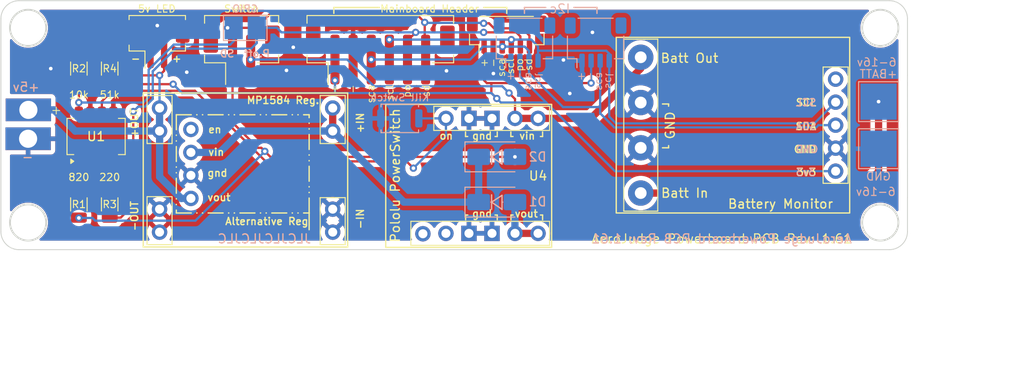
<source format=kicad_pcb>
(kicad_pcb (version 20241229) (generator "pcbnew") (generator_version "9.0")
  (title_block (title "AeroJudge Powerboard PCB") (rev "1.61") (company "IMAC"))
  (layers (0 "F.Cu" signal) (2 "B.Cu" signal) (13 "F.Paste" user) (15 "B.Paste" user) (5 "F.SilkS" user "F.Silkscreen") (7 "B.SilkS" user "B.Silkscreen") (1 "F.Mask" user) (3 "B.Mask" user) (25 "Edge.Cuts" user))
  (net 0 "")
  (net 1 "Vcc")
  (net 2 "+BATT")
  (net 4 "+BATT (Sw)")
  (net 5 "3v3")
  (net 6 "SHUTDOWN")
  (net 7 "-BATT")
  (net 8 "Net-(R1-Pad2)")
  (net 9 "+BATT (Mon)")
  (net 10 "SDA")
  (net 11 "SCL")
  (net 15 "Net-(R3-Pad2)")
  (net 16 "PWR_BUTTON")
  (net 17 "P_ON")
  (net 18 "Net-(D1-A)")
  (net 21 "POWEROFF")
  (footprint "Connector_JST:JST_SH_BM06B-SRSS-TB_1x06-1MP_P1.00mm_Vertical" (layer "F.Cu") (at 168.3 76.25)
    (property "Reference" "J6" (hide yes))
    (property "Value" "I2c/GPIO Header" (hide yes))
    (pad "1" smd roundrect (at -2.5 1.325) (size 0.6 1.55) (layers "F.Cu" "F.Mask" "F.Paste") (net 5 "3v3"))
    (pad "2" smd roundrect (at -1.5 1.325) (size 0.6 1.55) (layers "F.Cu" "F.Mask" "F.Paste") (net 7 "-BATT"))
    (pad "3" smd roundrect (at -0.5 1.325) (size 0.6 1.55) (layers "F.Cu" "F.Mask" "F.Paste") (net 10 "SDA"))
    (pad "4" smd roundrect (at 0.5 1.325) (size 0.6 1.55) (layers "F.Cu" "F.Mask" "F.Paste") (net 11 "SCL"))
    (pad "5" smd roundrect (at 1.5 1.325) (size 0.6 1.55) (layers "F.Cu" "F.Mask" "F.Paste") (net 21 "POWEROFF"))
    (pad "6" smd roundrect (at 2.5 1.325) (size 0.6 1.55) (layers "F.Cu" "F.Mask" "F.Paste") (net 6 "SHUTDOWN"))
    (pad "MP" smd roundrect (at -3.8 -1.2) (size 1.2 1.8) (layers "F.Cu" "F.Mask" "F.Paste") (roundrect_rratio 0.208333))
    (pad "MP" smd roundrect (at 3.8 -1.2) (size 1.2 1.8) (layers "F.Cu" "F.Mask" "F.Paste") (roundrect_rratio 0.208333))
  )
  (footprint "Project Footprints:MP1584EN_Regulator" (layer "F.Cu") (at 139.55 91.212)
    (property "Reference" "J3" (hide yes))
    (property "Value" "Regulator")
    (pad "1" thru_hole circle (at -9.55 -6.854) (size 1.7 1.7) (drill 1) (layers "*.Cu" "*.Mask") (net 1 "Vcc"))
    (pad "1" thru_hole circle (at -9.55 -4.314) (size 1.7 1.7) (drill 1) (layers "*.Cu" "*.Mask") (net 1 "Vcc"))
    (pad "2" thru_hole circle (at 9.55 -6.854) (size 1.7 1.7) (drill 1) (layers "*.Cu" "*.Mask") (net 4 "+BATT (Sw)"))
    (pad "2" thru_hole circle (at 9.55 -4.314) (size 1.7 1.7) (drill 1) (layers "*.Cu" "*.Mask") (net 4 "+BATT (Sw)"))
    (pad "3" thru_hole circle (at 9.55 4.314) (size 1.7 1.7) (drill 1) (layers "*.Cu" "*.Mask") (net 7 "-BATT") (clearance 0.25))
    (pad "3" thru_hole circle (at 9.55 6.854) (size 1.7 1.7) (drill 1) (layers "*.Cu" "*.Mask") (net 7 "-BATT") (clearance 0.25))
    (pad "4" thru_hole circle (at -9.55 4.314) (size 1.7 1.7) (drill 1) (layers "*.Cu" "*.Mask") (net 7 "-BATT") (clearance 0.25))
    (pad "4" thru_hole circle (at -9.55 6.854) (size 1.7 1.7) (drill 1) (layers "*.Cu" "*.Mask") (net 7 "-BATT") (clearance 0.25))
  )
  (footprint "Connector_JST:JST_PH_B6B-PH-SM4-TB_1x06-1MP_P2.00mm_Vertical" (layer "F.Cu") (at 154.35 78.5)
    (property "Reference" "J5" (hide yes))
    (property "Value" "I2c/GPIO Header" (hide yes))
    (pad "1" smd roundrect (at -5 0.5) (size 1 5.5) (layers "F.Cu" "F.Mask" "F.Paste") (net 5 "3v3"))
    (pad "2" smd roundrect (at -3 0.5) (size 1 5.5) (layers "F.Cu" "F.Mask" "F.Paste") (net 7 "-BATT"))
    (pad "3" smd roundrect (at -1 0.5) (size 1 5.5) (layers "F.Cu" "F.Mask" "F.Paste") (net 10 "SDA"))
    (pad "4" smd roundrect (at 1 0.5) (size 1 5.5) (layers "F.Cu" "F.Mask" "F.Paste") (net 11 "SCL"))
    (pad "5" smd roundrect (at 3 0.5) (size 1 5.5) (layers "F.Cu" "F.Mask" "F.Paste") (net 21 "POWEROFF"))
    (pad "6" smd roundrect (at 5 0.5) (size 1 5.5) (layers "F.Cu" "F.Mask" "F.Paste") (net 6 "SHUTDOWN"))
    (pad "MP" smd roundrect (at -7.4 -1.75) (size 1.6 3) (layers "F.Cu" "F.Mask" "F.Paste") (roundrect_rratio 0.15625))
    (pad "MP" smd roundrect (at 7.4 -1.75) (size 1.6 3) (layers "F.Cu" "F.Mask" "F.Paste") (roundrect_rratio 0.15625))
  )
  (footprint "Project Footprints:Solder_Pads" (layer "F.Cu") (at 115.5 91.73)
    (property "Reference" "U2" (hide yes))
    (property "Value" "~" (hide yes))
    (fp_text user "+" (at 2.42 -6.59 0) (layer "F.SilkS") (effects (font (thickness 0.1)) (justify left bottom)))
    (fp_text user "+5v" (at -1.8 -9.68 0) (layer "B.SilkS") (effects (justify right mirror)))
    (fp_text user "-" (at -0.77 -1.97 0) (layer "B.SilkS") (effects (justify right mirror)))
    (pad "1" thru_hole rect (at 0.03 -7.17) (size 5 2.5) (drill 2) (layers "*.Cu" "*.Mask") (net 1 "Vcc"))
    (pad "2" thru_hole rect (at 0 -3.98) (size 5 2.5) (drill 2) (layers "*.Cu" "*.Mask") (net 7 "-BATT"))
  )
  (footprint "Resistor_SMD:R_1206_3216Metric" (layer "F.Cu") (at 121.1 95 90)
    (property "Reference" "R1" (at 0 0 180) (layer "F.SilkS") (effects (font (size 0.8 0.8) (thickness 0.12))))
    (property "Value" "820" (at 3 0 0) (layer "F.SilkS") (effects (font (size 0.8 0.8) (thickness 0.12))))
    (pad "1" smd roundrect (at -1.4625 0 90) (size 1.125 1.75) (layers "F.Cu" "F.Mask" "F.Paste") (roundrect_rratio 0.222222) (net 16 "PWR_BUTTON"))
    (pad "2" smd roundrect (at 1.4625 0 90) (size 1.125 1.75) (layers "F.Cu" "F.Mask" "F.Paste") (roundrect_rratio 0.222222) (net 8 "Net-(R1-Pad2)"))
  )
  (footprint "Resistor_SMD:R_1206_3216Metric" (layer "F.Cu") (at 124.5 80 -90)
    (property "Reference" "R4" (at 0 0 0) (layer "F.SilkS") (effects (font (size 0.8 0.8) (thickness 0.12))))
    (property "Value" "51k" (at 2.9 0 180) (layer "F.SilkS") (effects (font (size 0.8 0.8) (thickness 0.12))))
    (pad "1" smd roundrect (at -1.4625 0 270) (size 1.125 1.75) (layers "F.Cu" "F.Mask" "F.Paste") (roundrect_rratio 0.222222) (net 1 "Vcc"))
    (pad "2" smd roundrect (at 1.4625 0 270) (size 1.125 1.75) (layers "F.Cu" "F.Mask" "F.Paste") (roundrect_rratio 0.222222) (net 17 "P_ON"))
  )
  (footprint "Resistor_SMD:R_1206_3216Metric" (layer "F.Cu") (at 121.1 80 -90)
    (property "Reference" "R2" (at 0 0 0) (layer "F.SilkS") (effects (font (size 0.8 0.8) (thickness 0.12))))
    (property "Value" "10k" (at 2.9 0 0) (layer "F.SilkS") (effects (font (size 0.8 0.8) (thickness 0.12))))
    (pad "1" smd roundrect (at -1.4625 0 270) (size 1.125 1.75) (layers "F.Cu" "F.Mask" "F.Paste") (roundrect_rratio 0.222222) (net 5 "3v3"))
    (pad "2" smd roundrect (at 1.4625 0 270) (size 1.125 1.75) (layers "F.Cu" "F.Mask" "F.Paste") (roundrect_rratio 0.222222) (net 6 "SHUTDOWN"))
  )
  (footprint "Project Footprints:SOIC-8_6.6x6.27mm_P1.27mm" (layer "F.Cu") (at 123 87.5 90)
    (property "Reference" "U1" (at 0 0 180) (layer "F.SilkS"))
    (property "Value" "ILD2xxT")
    (pad "1" smd roundrect (at -2.73 -1.905 90) (size 1.14 0.91) (layers "F.Cu" "F.Mask" "F.Paste") (net 8 "Net-(R1-Pad2)"))
    (pad "2" smd roundrect (at -2.73 -0.635 90) (size 1.14 0.91) (layers "F.Cu" "F.Mask" "F.Paste") (net 7 "-BATT") (clearance 0.2))
    (pad "3" smd roundrect (at -2.73 0.635 90) (size 1.14 0.91) (layers "F.Cu" "F.Mask" "F.Paste") (net 15 "Net-(R3-Pad2)"))
    (pad "4" smd roundrect (at -2.73 1.905 90) (size 1.14 0.91) (layers "F.Cu" "F.Mask" "F.Paste") (net 7 "-BATT") (clearance 0.2))
    (pad "5" smd roundrect (at 2.73 1.905 90) (size 1.14 0.91) (layers "F.Cu" "F.Mask" "F.Paste") (net 7 "-BATT") (clearance 0.2))
    (pad "6" smd roundrect (at 2.73 0.635 90) (size 1.14 0.91) (layers "F.Cu" "F.Mask" "F.Paste") (net 17 "P_ON"))
    (pad "7" smd roundrect (at 2.73 -0.635 90) (size 1.14 0.91) (layers "F.Cu" "F.Mask" "F.Paste") (net 7 "-BATT") (clearance 0.2))
    (pad "8" smd roundrect (at 2.73 -1.905 90) (size 1.14 0.91) (layers "F.Cu" "F.Mask" "F.Paste") (net 6 "SHUTDOWN"))
  )
  (footprint "Project Footprints:JST_ZH_B2B-ZR-SM4-TF_1x02-1MP_P1.50mm_Vertical" (layer "F.Cu") (at 129.75 77.4)
    (property "Reference" "J4" (hide yes))
    (property "Value" "LED Header (JST-ZH)")
    (pad "1" smd roundrect (at -0.75 0.7) (size 0.7 3.7) (layers "F.Cu" "F.Mask" "F.Paste") (net 7 "-BATT"))
    (pad "2" smd roundrect (at 0.75 0.7) (size 0.7 3.7) (layers "F.Cu" "F.Mask" "F.Paste") (net 1 "Vcc"))
    (pad "MP" smd roundrect (at -2.8 -1.4) (size 1.5 2.3) (layers "F.Cu" "F.Mask" "F.Paste") (roundrect_rratio 0.166667) (net 7 "-BATT"))
    (pad "MP" smd roundrect (at 2.8 -1.4) (size 1.5 2.3) (layers "F.Cu" "F.Mask" "F.Paste") (roundrect_rratio 0.166667) (net 7 "-BATT"))
  )
  (footprint "Pololu:Mini MOSFET Slide Switch" (layer "F.Cu") (at 171.75 91.85 -90)
    (property "Reference" "U4" (at 0 0 180) (layer "F.SilkS"))
    (property "Value" "Pololu PowerSwitch" (hide yes))
    (pad "1" thru_hole oval (at -6.35 0 270) (size 1.7 1.7) (drill 1) (layers "*.Cu" "*.Mask") (net 9 "+BATT (Mon)"))
    (pad "1" thru_hole oval (at -6.35 2.54 270) (size 1.7 1.7) (drill 1) (layers "*.Cu" "*.Mask") (net 9 "+BATT (Mon)"))
    (pad "2" thru_hole oval (at 6.35 0 270) (size 1.7 1.7) (drill 1) (layers "*.Cu" "*.Mask") (net 18 "Net-(D1-A)"))
    (pad "2" thru_hole oval (at 6.35 2.54 270) (size 1.7 1.7) (drill 1) (layers "*.Cu" "*.Mask") (net 18 "Net-(D1-A)"))
    (pad "3" thru_hole rect (at -6.35 5.08 270) (size 1.7 1.7) (drill 1) (layers "*.Cu" "*.Mask") (net 7 "-BATT"))
    (pad "3" thru_hole rect (at -6.35 7.62 270) (size 1.7 1.7) (drill 1) (layers "*.Cu" "*.Mask") (net 7 "-BATT"))
    (pad "4" thru_hole rect (at 6.35 5.08 270) (size 1.7 1.7) (drill 1) (layers "*.Cu" "*.Mask") (net 7 "-BATT"))
    (pad "4" thru_hole rect (at 6.35 7.62 270) (size 1.7 1.7) (drill 1) (layers "*.Cu" "*.Mask") (net 7 "-BATT"))
    (pad "5" thru_hole oval (at -6.35 10.16 270) (size 1.7 1.7) (drill 1) (layers "*.Cu" "*.Mask") (net 17 "P_ON"))
    (pad "6" thru_hole oval (at 6.35 10.16 270) (size 1.7 1.7) (drill 1) (layers "*.Cu" "*.Mask"))
    (pad "8" thru_hole oval (at 6.394 12.7 270) (size 1.7 1.7) (drill 1) (layers "*.Cu" "*.Mask"))
  )
  (footprint "Connector_JST:JST_PH_B2B-PH-SM4-TB_1x02-1MP_P2.00mm_Vertical" (layer "F.Cu") (at 139.05 78.5)
    (property "Reference" "SW1" (hide yes))
    (property "Value" "On/Off Switch" (hide yes))
    (pad "1" smd roundrect (at -1 0.5) (size 1 5.5) (layers "F.Cu" "F.Mask" "F.Paste") (net 16 "PWR_BUTTON"))
    (pad "2" smd roundrect (at 1 0.5) (size 1 5.5) (layers "F.Cu" "F.Mask" "F.Paste") (net 9 "+BATT (Mon)"))
    (pad "MP" smd roundrect (at -3.4 -1.75) (size 1.6 3) (layers "F.Cu" "F.Mask" "F.Paste") (roundrect_rratio 0.15625))
    (pad "MP" smd roundrect (at 3.4 -1.75) (size 1.6 3) (layers "F.Cu" "F.Mask" "F.Paste") (roundrect_rratio 0.15625))
  )
  (footprint "Project Footprints:INA226_SENSOR" (layer "F.Cu") (at 192.705 86.25 180)
    (property "Reference" "U3" (hide yes))
    (property "Value" "INA226_SENSOR")
    (pad "1" thru_hole circle (at 9.63 -7.5 180) (size 2.8 2.8) (drill 1.3) (layers "*.Cu" "*.Mask") (net 2 "+BATT"))
    (pad "2" thru_hole circle (at 9.63 -2.5 180) (size 2.8 2.8) (drill 1.3) (layers "*.Cu" "*.Mask") (net 7 "-BATT"))
    (pad "2" thru_hole circle (at 9.63 2.5 180) (size 2.8 2.8) (drill 1.3) (layers "*.Cu" "*.Mask") (net 7 "-BATT"))
    (pad "3" thru_hole circle (at 9.63 7.5 180) (size 2.8 2.8) (drill 1.3) (layers "*.Cu" "*.Mask") (net 9 "+BATT (Mon)"))
    (pad "4" thru_hole circle (at -11.87 -5.08 180) (size 1.7 1.7) (drill 1) (layers "*.Cu" "*.Mask") (net 5 "3v3"))
    (pad "5" thru_hole circle (at -11.87 -2.54 180) (size 1.7 1.7) (drill 1) (layers "*.Cu" "*.Mask") (net 7 "-BATT"))
    (pad "6" thru_hole circle (at -11.87 0 180) (size 1.7 1.7) (drill 1) (layers "*.Cu" "*.Mask") (net 10 "SDA"))
    (pad "7" thru_hole circle (at -11.87 2.54 180) (size 1.7 1.7) (drill 1) (layers "*.Cu" "*.Mask") (net 11 "SCL"))
    (pad "8" thru_hole circle (at -11.87 5.08 180) (size 1.7 1.7) (drill 1) (layers "*.Cu" "*.Mask"))
  )
  (footprint "Resistor_SMD:R_1206_3216Metric" (layer "F.Cu") (at 124.5 95 90)
    (property "Reference" "R3" (at 0 0 180) (layer "F.SilkS") (effects (font (size 0.8 0.8) (thickness 0.12))))
    (property "Value" "220" (at 3 0 180) (layer "F.SilkS") (effects (font (size 0.8 0.8) (thickness 0.12))))
    (pad "1" smd roundrect (at -1.4625 0 90) (size 1.125 1.75) (layers "F.Cu" "F.Mask" "F.Paste") (roundrect_rratio 0.222222) (net 21 "POWEROFF"))
    (pad "2" smd roundrect (at 1.4625 0 90) (size 1.125 1.75) (layers "F.Cu" "F.Mask" "F.Paste") (roundrect_rratio 0.222222) (net 15 "Net-(R3-Pad2)"))
  )
  (footprint "TestPoint:TestPoint_Pad_4.0x4.0mm" (layer "B.Cu") (at 209.313038 88.85 180)
    (property "Reference" "J10" (hide yes))
    (property "Value" "GND" (at 0.013038 -3.05 180) (layer "B.SilkS") (effects (font (size 0.9 0.9) (thickness 0.12)) (justify mirror)))
    (pad "1" smd rect (at 0 0 180) (size 4 4) (layers "B.Cu" "B.Mask") (net 7 "-BATT"))
  )
  (footprint "Project Footprints:SolderJumper-2_P2.54mm_Open_Pad2.0x2.5mm" (layer "B.Cu") (at 139.45 75.5 180)
    (property "Reference" "J1" (hide yes))
    (property "Value" "RPI_GPIO")
    (pad "1" smd rect (at -1.27 0 180) (size 2 2.5) (layers "B.Cu" "B.Mask") (net 21 "POWEROFF"))
    (pad "2" smd rect (at 1.27 0 180) (size 2 2.5) (layers "B.Cu" "B.Mask") (net 6 "SHUTDOWN"))
  )
  (footprint "Diode_SMD:D_SMA" (layer "B.Cu") (at 167.2 94.75)
    (property "Reference" "D1" (at 4.5 -0.05 0) (layer "B.SilkS") (effects (justify mirror)))
    (property "Value" "SS54-HF" (hide yes))
    (pad "1" smd roundrect (at -2 0) (size 2.5 1.8) (layers "B.Cu" "B.Mask" "B.Paste") (roundrect_rratio 0.1388888889) (net 4 "+BATT (Sw)"))
    (pad "2" smd roundrect (at 2 0) (size 2.5 1.8) (layers "B.Cu" "B.Mask" "B.Paste") (roundrect_rratio 0.1388888889) (net 18 "Net-(D1-A)"))
  )
  (footprint "TestPoint:TestPoint_Pad_4.0x4.0mm" (layer "B.Cu") (at 209.313038 83.65 180)
    (property "Reference" "J11" (hide yes))
    (property "Value" "+BATT" (at 0.013038 3.05 180) (layer "B.SilkS") (effects (font (size 0.9 0.9) (thickness 0.12)) (justify mirror)))
    (pad "1" smd rect (at 0 0 180) (size 4 4) (layers "B.Cu" "B.Mask") (net 2 "+BATT"))
  )
  (footprint "Button_Switch_SMD:SW_Push_SPST_NO_Alps_SKRK" (layer "B.Cu") (at 156.5 85.5 180)
    (property "Reference" "SW2" (hide yes))
    (property "Value" "Kill Switch")
    (pad "1" smd roundrect (at -2.1 0 180) (size 0.8 2) (layers "B.Cu" "B.Mask" "B.Paste") (net 17 "P_ON"))
    (pad "2" smd roundrect (at 2.1 0 180) (size 0.8 2) (layers "B.Cu" "B.Mask" "B.Paste") (net 7 "-BATT"))
  )
  (footprint "Project Footprints:PinHeader_1x04_P2.54mm_Vertical_NoBorder" (layer "B.Cu") (at 133.4584 94.338)
    (property "Reference" "J2" (hide yes))
    (property "Value" "Regulator")
    (pad "1" thru_hole circle (at 0 0) (size 1.7 1.7) (drill 1) (layers "*.Cu" "*.Mask") (net 1 "Vcc"))
    (pad "2" thru_hole circle (at 0 -2.54) (size 1.7 1.7) (drill 1) (layers "*.Cu" "*.Mask") (net 7 "-BATT"))
    (pad "3" thru_hole circle (at 0 -5.08) (size 1.7 1.7) (drill 1) (layers "*.Cu" "*.Mask") (net 4 "+BATT (Sw)"))
    (pad "4" thru_hole circle (at 0 -7.62) (size 1.7 1.7) (drill 1) (layers "*.Cu" "*.Mask"))
  )
  (footprint "Connector_JST:JST_SH_SM04B-SRSS-TB_1x04-1MP_P1.00mm_Horizontal" (layer "B.Cu") (at 178.1 77.125)
    (property "Reference" "J8" (hide yes))
    (property "Value" "I2c Header")
    (pad "1" smd roundrect (at -1.5 2) (size 0.6 1.55) (layers "B.Cu" "B.Mask" "B.Paste") (net 7 "-BATT") (clearance 0.2))
    (pad "2" smd roundrect (at -0.5 2) (size 0.6 1.55) (layers "B.Cu" "B.Mask" "B.Paste") (net 5 "3v3") (clearance 0.2))
    (pad "3" smd roundrect (at 0.5 2) (size 0.6 1.55) (layers "B.Cu" "B.Mask" "B.Paste") (net 10 "SDA"))
    (pad "4" smd roundrect (at 1.5 2) (size 0.6 1.55) (layers "B.Cu" "B.Mask" "B.Paste") (net 11 "SCL"))
    (pad "MP" smd roundrect (at -2.8 -1.875) (size 1.2 1.8) (layers "B.Cu" "B.Mask" "B.Paste") (roundrect_rratio 0.208333))
    (pad "MP" smd roundrect (at 2.8 -1.875) (size 1.2 1.8) (layers "B.Cu" "B.Mask" "B.Paste") (roundrect_rratio 0.208333))
  )
  (footprint "Diode_SMD:D_SMA" (layer "B.Cu") (at 167.2 89.75)
    (property "Reference" "D2" (at 4.5 0 0) (layer "B.SilkS") (effects (justify mirror)))
    (property "Value" "SS54-HF" (hide yes))
    (pad "1" smd roundrect (at -2 0) (size 2.5 1.8) (layers "B.Cu" "B.Mask" "B.Paste") (roundrect_rratio 0.1388888889) (net 4 "+BATT (Sw)"))
    (pad "2" smd roundrect (at 2 0) (size 2.5 1.8) (layers "B.Cu" "B.Mask" "B.Paste") (roundrect_rratio 0.1388888889) (net 16 "PWR_BUTTON"))
  )
  (footprint "Connector_JST:JST_SH_SM04B-SRSS-TB_1x04-1MP_P1.00mm_Horizontal" (layer "B.Cu") (at 170.25 77.125)
    (property "Reference" "J7" (hide yes))
    (property "Value" "I2c Header")
    (pad "1" smd roundrect (at -1.5 2) (size 0.6 1.55) (layers "B.Cu" "B.Mask" "B.Paste") (net 7 "-BATT") (clearance 0.2))
    (pad "2" smd roundrect (at -0.5 2) (size 0.6 1.55) (layers "B.Cu" "B.Mask" "B.Paste") (net 5 "3v3") (clearance 0.2))
    (pad "3" smd roundrect (at 0.5 2) (size 0.6 1.55) (layers "B.Cu" "B.Mask" "B.Paste") (net 10 "SDA"))
    (pad "4" smd roundrect (at 1.5 2) (size 0.6 1.55) (layers "B.Cu" "B.Mask" "B.Paste") (net 11 "SCL"))
    (pad "MP" smd roundrect (at -2.8 -1.875) (size 1.2 1.8) (layers "B.Cu" "B.Mask" "B.Paste") (roundrect_rratio 0.208333))
    (pad "MP" smd roundrect (at 2.8 -1.875) (size 1.2 1.8) (layers "B.Cu" "B.Mask" "B.Paste") (roundrect_rratio 0.208333))
  )
  (gr_line (start 186.15 88.75) (end 185.475 88.75) (stroke (width 0.15)) (layer "F.SilkS"))
  (gr_line (start 149.225 73.25) (end 149.225 73.9) (stroke (width 0.15)) (layer "F.SilkS"))
  (gr_line (start 172.25 87.5) (end 172.25 87) (stroke (width 0.15)) (layer "F.SilkS"))
  (gr_line (start 154.25 73.25) (end 149.225 73.25) (stroke (width 0.15)) (layer "F.SilkS"))
  (gr_line (start 163.75 87.5) (end 163.75 87) (stroke (width 0.15)) (layer "F.SilkS"))
  (gr_line (start 146.5 97.8) (end 146.5 95.95) (stroke (width 0.15)) (layer "F.SilkS"))
  (gr_line (start 172.25 96.175) (end 172.25 96.7) (stroke (width 0.15)) (layer "F.SilkS"))
  (gr_line (start 168.75 87.5) (end 168.75 87) (stroke (width 0.15)) (layer "F.SilkS"))
  (gr_line (start 165.75 73.25) (end 168.3 73.25) (stroke (width 0.15)) (layer "F.SilkS"))
  (gr_line (start 186.15 83.91) (end 185.475 83.91) (stroke (width 0.15)) (layer "F.SilkS"))
  (gr_rect (start 154.95 83.95) (end 173.25 99.75) (stroke (width 0.15)) (fill no) (layer "F.SilkS"))
  (gr_line (start 150.75 82.7) (end 150.75 99.7) (stroke (width 0.15)) (layer "F.SilkS"))
  (gr_line (start 128.2 99.7) (end 128.2 82.7) (stroke (width 0.15)) (layer "F.SilkS"))
  (gr_rect (start 180.375 76.55) (end 206.125 95.95) (stroke (width 0.15)) (fill no) (layer "F.SilkS"))
  (gr_line (start 186.15 83.91) (end 186.15 84.15) (stroke (width 0.15)) (layer "F.SilkS"))
  (gr_line (start 163.75 87.5) (end 163.99 87.5) (stroke (width 0.15)) (layer "F.SilkS"))
  (gr_line (start 168.76 96.175) (end 168.76 96.7) (stroke (width 0.15)) (layer "F.SilkS"))
  (gr_line (start 131.85 85.1) (end 146.5 85.1) (stroke (width 0.15) (type dash_dot_dot)) (layer "F.SilkS"))
  (gr_line (start 168.76 96.175) (end 169 96.175) (stroke (width 0.15)) (layer "F.SilkS"))
  (gr_line (start 172.25 96.175) (end 172.01 96.175) (stroke (width 0.15)) (layer "F.SilkS"))
  (gr_line (start 167.25 87.5) (end 167.01 87.5) (stroke (width 0.15)) (layer "F.SilkS"))
  (gr_line (start 167.25 96.175) (end 167.25 96.7) (stroke (width 0.15)) (layer "F.SilkS"))
  (gr_line (start 131.85 95.95) (end 146.5 95.95) (stroke (width 0.15) (type dash_dot_dot)) (layer "F.SilkS"))
  (gr_line (start 167.25 87.5) (end 167.25 87) (stroke (width 0.15)) (layer "F.SilkS"))
  (gr_line (start 163.76 96.175) (end 164 96.175) (stroke (width 0.15)) (layer "F.SilkS"))
  (gr_line (start 146.5 95.95) (end 146.5 85.1) (stroke (width 0.15) (type dash_dot_dot)) (layer "F.SilkS"))
  (gr_line (start 168.3 73.25) (end 168.3 73.9) (stroke (width 0.15)) (layer "F.SilkS"))
  (gr_line (start 186.15 88.75) (end 186.15 88.51) (stroke (width 0.15)) (layer "F.SilkS"))
  (gr_line (start 131.85 85.1) (end 131.85 95.95) (stroke (width 0.15) (type dash_dot_dot)) (layer "F.SilkS"))
  (gr_line (start 167.25 96.175) (end 167.01 96.175) (stroke (width 0.15)) (layer "F.SilkS"))
  (gr_line (start 168.75 87.5) (end 168.99 87.5) (stroke (width 0.15)) (layer "F.SilkS"))
  (gr_line (start 172.25 87.5) (end 172.01 87.5) (stroke (width 0.15)) (layer "F.SilkS"))
  (gr_line (start 163.76 96.175) (end 163.76 96.7) (stroke (width 0.15)) (layer "F.SilkS"))
  (gr_line (start 150.75 99.712) (end 128.2 99.7) (stroke (width 0.15)) (layer "F.SilkS"))
  (gr_line (start 128.2 82.7) (end 150.75 82.7) (stroke (width 0.15)) (layer "F.SilkS"))
  (gr_line (start 178.25 73.25) (end 178.25 73.9) (stroke (width 0.15)) (layer "B.SilkS"))
  (gr_line (start 167.77531 94.74898) (end 167.85 94.75) (stroke (width 0.15)) (layer "B.SilkS"))
  (gr_line (start 167.77531 93.99968) (end 167.77531 95.54908) (stroke (width 0.15)) (layer "B.SilkS"))
  (gr_line (start 166.687345 89.75) (end 166.55 89.75) (stroke (width 0.15)) (layer "B.SilkS"))
  (gr_line (start 166.62469 89.74898) (end 167.77531 88.99968) (stroke (width 0.15)) (layer "B.SilkS"))
  (gr_line (start 166.62469 89.74898) (end 167.77531 90.54908) (stroke (width 0.15)) (layer "B.SilkS"))
  (gr_line (start 166.62469 94.74898) (end 167.77531 93.99968) (stroke (width 0.15)) (layer "B.SilkS"))
  (gr_line (start 167.8 89.75) (end 167.85 89.75) (stroke (width 0.15)) (layer "B.SilkS"))
  (gr_line (start 167.77531 88.99968) (end 167.77531 90.54908) (stroke (width 0.15)) (layer "B.SilkS"))
  (gr_line (start 166.62469 94.74898) (end 167.77531 95.54908) (stroke (width 0.15)) (layer "B.SilkS"))
  (gr_line (start 170.25 73.25) (end 170.25 73.9) (stroke (width 0.15)) (layer "B.SilkS"))
  (gr_line (start 166.62469 93.94888) (end 166.62469 95.54908) (stroke (width 0.15)) (layer "B.SilkS"))
  (gr_line (start 175.7 73.25) (end 178.25 73.25) (stroke (width 0.15)) (layer "B.SilkS"))
  (gr_line (start 166.62469 88.94888) (end 166.62469 90.54908) (stroke (width 0.15)) (layer "B.SilkS"))
  (gr_line (start 166.62469 94.74898) (end 166.55 94.75) (stroke (width 0.15)) (layer "B.SilkS"))
  (gr_line (start 172.6 73.25) (end 170.25 73.25) (stroke (width 0.15)) (layer "B.SilkS"))
  (gr_circle (center 209.5 97) (end 211.5 97) (stroke (width 0.2)) (fill no) (layer "Edge.Cuts"))
  (gr_circle (center 115.5 75.5) (end 117.5 75.5) (stroke (width 0.2)) (fill no) (layer "Edge.Cuts"))
  (gr_line (start 210.5 72.5) (end 114.5 72.5) (stroke (width 0.1)) (layer "Edge.Cuts"))
  (gr_line (start 210.5 100) (end 114.5 100) (stroke (width 0.1)) (layer "Edge.Cuts"))
  (gr_arc (start 212.5 98) (mid 211.914214 99.414214) (end 210.5 100) (stroke (width 0.1)) (layer "Edge.Cuts"))
  (gr_line (start 212.5 80.757107) (end 212.5 74.5) (stroke (width 0.1)) (layer "Edge.Cuts"))
  (gr_arc (start 114.5 100) (mid 113.085786 99.414214) (end 112.5 98) (stroke (width 0.1)) (layer "Edge.Cuts"))
  (gr_arc (start 210.5 72.5) (mid 211.914214 73.085786) (end 212.5 74.5) (stroke (width 0.1)) (layer "Edge.Cuts"))
  (gr_circle (center 209.5 75.5) (end 211.5 75.5) (stroke (width 0.2)) (fill no) (layer "Edge.Cuts"))
  (gr_line (start 212.499995 94.249473) (end 212.5 97.999999) (stroke (width 0.1)) (layer "Edge.Cuts"))
  (gr_line (start 112.5 74.5) (end 112.5 98) (stroke (width 0.1)) (layer "Edge.Cuts"))
  (gr_arc (start 112.5 74.5) (mid 113.085786 73.085786) (end 114.5 72.5) (stroke (width 0.1)) (layer "Edge.Cuts"))
  (gr_circle (center 115.5 97) (end 117.5 97) (stroke (width 0.2)) (fill no) (layer "Edge.Cuts"))
  (gr_line (start 212.496447 80.757107) (end 212.503553 94.249473) (stroke (width 0.1)) (layer "Edge.Cuts"))
  (gr_text "+OUT" (at 127.7 86 90) (layer "F.SilkS") (effects (font (size 0.8 0.8) (thickness 0.15) (bold yes)) (justify bottom)))
  (gr_text "+" (at 165.8 78.8 90) (layer "F.SilkS") (effects (font (size 0.8 0.8) (thickness 0.1)) (justify right)))
  (gr_text "vout" (at 135.2 94.7 0) (layer "F.SilkS") (effects (font (size 0.8 0.8)) (justify left bottom)))
  (gr_text "Mainboard Header" (at 159.8 73.4 0) (layer "F.SilkS") (effects (font (size 0.8 0.8) (thickness 0.12))))
  (gr_text "-" (at 166.8 78.8 90) (layer "F.SilkS") (effects (font (size 0.8 0.8) (thickness 0.1)) (justify right)))
  (gr_text "+" (at 149.3 81.7 90) (layer "F.SilkS") (effects (font (size 0.8 0.8) (thickness 0.1)) (justify right)))
  (gr_text "SCL" (at 202.525 83.75 0) (layer "F.SilkS") (effects (font (size 0.8 0.8)) (justify right)))
  (gr_text "po" (at 157.3 81.7 90) (layer "F.SilkS") (effects (font (size 0.8 0.8) (thickness 0.1)) (justify right)))
  (gr_text "3v3" (at 202.525 91.45 0) (layer "F.SilkS") (effects (font (size 0.8 0.8)) (justify right)))
  (gr_text "vin" (at 135.3 89.7 0) (layer "F.SilkS") (effects (font (size 0.8 0.8)) (justify left bottom)))
  (gr_text "Batt Out" (at 191.725 78.85 0) (layer "F.SilkS") (effects (font (size 1 1)) (justify right)))
  (gr_text "sd" (at 170.7 78.8 90) (layer "F.SilkS") (effects (font (size 0.8 0.8) (thickness 0.1)) (justify right)))
  (gr_text "gnd" (at 135.2 92 0) (layer "F.SilkS") (effects (font (size 0.8 0.8)) (justify left bottom)))
  (gr_text "po" (at 169.7 78.8 90) (layer "F.SilkS") (effects (font (size 0.8 0.8) (thickness 0.1)) (justify right)))
  (gr_text "+IN" (at 152.6 86 90) (layer "F.SilkS") (effects (font (size 0.8 0.8) (thickness 0.15) (bold yes)) (justify bottom)))
  (gr_text "en" (at 135.3 87.2 0) (layer "F.SilkS") (effects (font (size 0.8 0.8)) (justify left bottom)))
  (gr_text "SDA" (at 202.525 86.383333 0) (layer "F.SilkS") (effects (font (size 0.8 0.8)) (justify right)))
  (gr_text "sca" (at 167.7 78.8 90) (layer "F.SilkS") (effects (font (size 0.8 0.8) (thickness 0.1)) (justify right)))
  (gr_text "Pololu PowerSwitch" (at 156 91.8 90) (layer "F.SilkS") (effects (font (size 1 1))))
  (gr_text "gnd" (at 164.4 96.5 0) (layer "F.SilkS") (effects (font (size 0.8 0.8)) (justify left bottom)))
  (gr_text "scl" (at 168.7 78.8 90) (layer "F.SilkS") (effects (font (size 0.8 0.8) (thickness 0.1)) (justify right)))
  (gr_text "sd" (at 159.4 81.7 90) (layer "F.SilkS") (effects (font (size 0.8 0.8) (thickness 0.1)) (justify right)))
  (gr_text "Alternative Reg" (at 146.5 96.875 0) (layer "F.SilkS") (effects (font (size 0.8 0.8)) (justify right)))
  (gr_text "vout" (at 169.1 96.5 0) (layer "F.SilkS") (effects (font (size 0.8 0.8)) (justify left bottom)))
  (gr_text "Switch\n" (at 139.05 73.4 0) (layer "F.SilkS") (effects (font (size 0.8 0.8) (thickness 0.12))))
  (gr_text "Battery Monitor" (at 198.5 94.95 0) (layer "F.SilkS") (effects (font (size 1 1))))
  (gr_text "+" (at 131.9 78.9 0) (layer "F.SilkS") (effects (font (size 0.8 0.8))))
  (gr_text "-" (at 127.365 78.9 0) (layer "F.SilkS") (effects (font (size 0.8 0.8))))
  (gr_text "-OUT" (at 127.7 96.285 90) (layer "F.SilkS") (effects (font (size 0.8 0.8) (thickness 0.15) (bold yes)) (justify bottom)))
  (gr_text "-" (at 151.3 81.7 90) (layer "F.SilkS") (effects (font (size 0.8 0.8) (thickness 0.1)) (justify right)))
  (gr_text "${TITLE} Rev: ${REVISION}" (at 192.005 98.8 0) (layer "F.SilkS") (effects (font (size 1 1) (thickness 0.13))))
  (gr_text "Batt In" (at 190.625 93.75 0) (layer "F.SilkS") (effects (font (size 1 1)) (justify right)))
  (gr_text "GND" (at 202.525 88.916667 0) (layer "F.SilkS") (effects (font (size 0.8 0.8)) (justify right)))
  (gr_text "scl" (at 155.4 81.7 90) (layer "F.SilkS") (effects (font (size 0.8 0.8) (thickness 0.1)) (justify right)))
  (gr_text "on" (at 160.8 87.9 0) (layer "F.SilkS") (effects (font (size 0.8 0.8)) (justify left bottom)))
  (gr_text "5v LED" (at 129.7 73.4 0) (layer "F.SilkS") (effects (font (size 0.8 0.8) (thickness 0.12))))
  (gr_text "vin" (at 169.6 87.9 0) (layer "F.SilkS") (effects (font (size 0.8 0.8)) (justify left bottom)))
  (gr_text "gnd" (at 164.4 87.9 0) (layer "F.SilkS") (effects (font (size 0.8 0.8)) (justify left bottom)))
  (gr_text "-IN" (at 152.6 96.6 90) (layer "F.SilkS") (effects (font (size 0.8 0.8) (thickness 0.15) (bold yes)) (justify bottom)))
  (gr_text "sca" (at 153.3 81.7 90) (layer "F.SilkS") (effects (font (size 0.8 0.8) (thickness 0.1)) (justify right)))
  (gr_text "MP1584 Reg." (at 147.7 83.5 0) (layer "F.SilkS") (effects (font (size 0.8 0.8)) (justify right)))
  (gr_text "GND" (at 186.325 84.65 90) (layer "F.SilkS") (effects (font (size 1 1)) (justify right)))
  (gr_text "SCL" (at 200.1 83.75 0) (layer "B.SilkS") (effects (font (size 0.8 0.8)) (justify right mirror)))
  (gr_text "P.off" (at 140.75 78.35 -0) (layer "B.SilkS") (effects (font (size 0.8 0.8)) (justify mirror)))
  (gr_text "SD" (at 137.45 78.35 -0) (layer "B.SilkS") (effects (font (size 0.8 0.8)) (justify mirror)))
  (gr_text "-" (at 177.6 80.3 -90) (layer "B.SilkS") (effects (font (size 0.8 0.8) (thickness 0.1)) (justify right mirror)))
  (gr_text "-" (at 169.8 80.3 -90) (layer "B.SilkS") (effects (font (size 0.8 0.8) (thickness 0.1)) (justify right mirror)))
  (gr_text "${TITLE} Rev: ${REVISION}" (at 192 98.8 0) (layer "B.SilkS") (effects (font (size 1 1)) (justify mirror)))
  (gr_text "SDA" (at 200.1 86.383333 0) (layer "B.SilkS") (effects (font (size 0.8 0.8)) (justify right mirror)))
  (gr_text "6-16v" (at 209 93.6 0) (layer "B.SilkS") (effects (font (size 0.9 0.9) (thickness 0.12)) (justify mirror)))
  (gr_text "sca" (at 170.8 80.3 -90) (layer "B.SilkS") (effects (font (size 0.8 0.8) (thickness 0.1)) (justify right mirror)))
  (gr_text "I2c" (at 174.15 73.4 0) (layer "B.SilkS") (effects (font (size 1 1) (thickness 0.12)) (justify mirror)))
  (gr_text "GND" (at 200.1 88.916667 0) (layer "B.SilkS") (effects (font (size 0.8 0.8)) (justify right mirror)))
  (gr_text "+" (at 176.6 80.3 -90) (layer "B.SilkS") (effects (font (size 0.8 0.8) (thickness 0.1)) (justify right mirror)))
  (gr_text "GPIO" (at 139.45 73.4 0) (layer "B.SilkS") (effects (font (size 0.8 0.8) (thickness 0.12)) (justify mirror)))
  (gr_text "scl" (at 171.8 80.4 -90) (layer "B.SilkS") (effects (font (size 0.8 0.8) (thickness 0.1)) (justify right mirror)))
  (gr_text "JLCJLCJLCJLC" (at 146.8 98.8 0) (layer "B.SilkS") (effects (font (size 1 1)) (justify left mirror)))
  (gr_text "Kill Switch" (at 156.5 83.2 0) (layer "B.SilkS") (effects (font (size 0.8 0.8) (thickness 0.12)) (justify mirror)))
  (gr_text "scl" (at 179.6 80.4 -90) (layer "B.SilkS") (effects (font (size 0.8 0.8) (thickness 0.1)) (justify right mirror)))
  (gr_text "6-16v" (at 209.1 79.3 0) (layer "B.SilkS") (effects (font (size 0.9 0.9) (thickness 0.12)) (justify mirror)))
  (gr_text "+" (at 168.8 80.3 -90) (layer "B.SilkS") (effects (font (size 0.8 0.8) (thickness 0.1)) (justify right mirror)))
  (gr_text "3v3" (at 200.1 91.45 0) (layer "B.SilkS") (effects (font (size 0.8 0.8)) (justify right mirror)))
  (gr_text "sca" (at 178.6 80.3 -90) (layer "B.SilkS") (effects (font (size 0.8 0.8) (thickness 0.1)) (justify right mirror)))
  (segment (start 130.5 80.25) (end 130.5 78.1) (width 0.25) (layer "F.Cu") (net 1))
  (segment (start 130 80.75) (end 126.8 80.75) (width 0.25) (layer "F.Cu") (net 1))
  (segment (start 126.8 80.75) (end 124.5875 78.5375) (width 0.25) (layer "F.Cu") (net 1))
  (segment (start 130 80.75) (end 130.5 80.25) (width 0.25) (layer "F.Cu") (net 1))
  (segment (start 124.5875 78.5375) (end 124.5 78.5375) (width 0.25) (layer "F.Cu") (net 1))
  (via (at 130 80.75) (size 0.8) (drill 0.4) (layers "F.Cu" "B.Cu") (net 1))
  (segment (start 130.008 91.958) (end 132.388 94.338) (width 0.8) (layer "B.Cu") (net 1))
  (segment (start 120.7 86.9) (end 120.702 86.898) (width 0.8) (layer "B.Cu") (net 1))
  (segment (start 132.388 94.338) (end 133.4584 94.338) (width 0.8) (layer "B.Cu") (net 1))
  (segment (start 120.702 86.898) (end 130 86.898) (width 0.8) (layer "B.Cu") (net 1))
  (segment (start 130.008 86.906) (end 130.008 91.958) (width 0.8) (layer "B.Cu") (net 1))
  (segment (start 118.36 84.56) (end 120.7 86.9) (width 0.8) (layer "B.Cu") (net 1))
  (segment (start 130 86.898) (end 130 84.358) (width 0.8) (layer "B.Cu") (net 1))
  (segment (start 115.53 84.56) (end 118.36 84.56) (width 0.8) (layer "B.Cu") (net 1))
  (segment (start 130 86.898) (end 130.008 86.906) (width 0.8) (layer "B.Cu") (net 1))
  (segment (start 130 80.75) (end 130 84.358) (width 0.25) (layer "B.Cu") (net 1))
  (segment (start 209.313038 91.386962) (end 206.95 93.75) (width 0.8) (layer "F.Cu") (net 2))
  (segment (start 206.95 93.75) (end 183.075 93.75) (width 0.8) (layer "F.Cu") (net 2))
  (segment (start 209.313038 83.65) (end 209.313038 91.386962) (width 0.8) (layer "F.Cu") (net 2))
  (via (at 209.313038 83.65) (size 1.5) (drill 0.4) (layers "F.Cu" "B.Cu") (net 2))
  (segment (start 149.1 86.898) (end 149.1 84.358) (width 0.8) (layer "F.Cu") (net 4))
  (segment (start 156.952 94.75) (end 149.1 86.898) (width 0.8) (layer "B.Cu") (net 4))
  (segment (start 165.2 94.75) (end 156.952 94.75) (width 0.8) (layer "B.Cu") (net 4))
  (segment (start 139.002 86.898) (end 149.1 86.898) (width 0.8) (layer "B.Cu") (net 4))
  (segment (start 133.4584 89.258) (end 136.642 89.258) (width 0.8) (layer "B.Cu") (net 4))
  (segment (start 165.2 89.75) (end 165.2 94.75) (width 0.8) (layer "B.Cu") (net 4))
  (segment (start 136.642 89.258) (end 139.002 86.898) (width 0.8) (layer "B.Cu") (net 4))
  (segment (start 125.25 80.25) (end 121.8 80.25) (width 0.25) (layer "F.Cu") (net 5))
  (segment (start 121.1 79.55) (end 121.1 78.5375) (width 0.25) (layer "F.Cu") (net 5))
  (segment (start 177.6 81.6) (end 166.1 81.6) (width 0.25) (layer "F.Cu") (net 5))
  (segment (start 165.8 81.15) (end 165.799 81.149) (width 0.25) (layer "F.Cu") (net 5))
  (segment (start 165.799 81.149) (end 165.799 80.100016) (width 0.25) (layer "F.Cu") (net 5))
  (segment (start 131.5 81.725) (end 126.725 81.725) (width 0.25) (layer "F.Cu") (net 5))
  (segment (start 165.8 80.099016) (end 165.8 77.575) (width 0.25) (layer "F.Cu") (net 5))
  (segment (start 165.799 80.100016) (end 165.8 80.099016) (width 0.25) (layer "F.Cu") (net 5))
  (segment (start 166.1 81.6) (end 165.8 81.3) (width 0.25) (layer "F.Cu") (net 5))
  (segment (start 166.6 82.7) (end 167.2 83.3) (width 0.25) (layer "F.Cu") (net 5))
  (segment (start 126.725 81.725) (end 125.25 80.25) (width 0.25) (layer "F.Cu") (net 5))
  (segment (start 166.6 81.6) (end 166.6 82.7) (width 0.25) (layer "F.Cu") (net 5))
  (segment (start 165.8 81.3) (end 165.8 81.15) (width 0.25) (layer "F.Cu") (net 5))
  (segment (start 121.1 78.5375) (end 121.3375 78.5375) (width 0.25) (layer "F.Cu") (net 5))
  (segment (start 121.8 80.25) (end 121.1 79.55) (width 0.25) (layer "F.Cu") (net 5))
  (via (at 131.5 81.725) (size 0.8) (drill 0.4) (layers "F.Cu" "B.Cu") (net 5))
  (via (at 177.6 81.6) (size 0.8) (drill 0.4) (layers "F.Cu" "B.Cu") (net 5))
  (via (at 149.35 81.3) (size 0.8) (drill 0.4) (layers "F.Cu" "B.Cu") (net 5))
  (via (at 167.2 83.3) (size 0.8) (drill 0.4) (layers "F.Cu" "B.Cu") (net 5))
  (segment (start 166.6 82.7) (end 132.475 82.7) (width 0.25) (layer "B.Cu") (net 5))
  (segment (start 167.65 83.75) (end 172.65 83.75) (width 0.25) (layer "B.Cu") (net 5))
  (segment (start 149.35 81.3) (end 149.35 82.7) (width 0.25) (layer "B.Cu") (net 5))
  (segment (start 132.475 82.7) (end 131.5 81.725) (width 0.25) (layer "B.Cu") (net 5))
  (segment (start 180.23 91.33) (end 204.575 91.33) (width 0.25) (layer "B.Cu") (net 5))
  (segment (start 167.2 83.3) (end 167.65 83.75) (width 0.25) (layer "B.Cu") (net 5))
  (segment (start 169.75 80.85) (end 169.75 79.125) (width 0.25) (layer "B.Cu") (net 5))
  (segment (start 177.6 79.125) (end 177.6 81.6) (width 0.25) (layer "B.Cu") (net 5))
  (segment (start 167.2 83.3) (end 166.6 82.7) (width 0.25) (layer "B.Cu") (net 5))
  (segment (start 172.65 83.75) (end 169.75 80.85) (width 0.25) (layer "B.Cu") (net 5))
  (segment (start 172.65 83.75) (end 180.23 91.33) (width 0.25) (layer "B.Cu") (net 5))
  (segment (start 121.095 81.4675) (end 121.1 81.4625) (width 0.25) (layer "F.Cu") (net 6))
  (segment (start 169.53781 75.55) (end 170 75.55) (width 0.25) (layer "F.Cu") (net 6))
  (segment (start 121.095 83.75) (end 121.095 81.4675) (width 0.25) (layer "F.Cu") (net 6))
  (segment (start 170 75.55) (end 170.8 76.35) (width 0.25) (layer "F.Cu") (net 6))
  (segment (start 165.75 74.999997) (end 166.349997 74.999997) (width 0.25) (layer "F.Cu") (net 6))
  (segment (start 159.25 74.9) (end 159.25 78.9) (width 0.25) (layer "F.Cu") (net 6))
  (segment (start 170.8 76.35) (end 170.8 77.575) (width 0.25) (layer "F.Cu") (net 6))
  (segment (start 166.349997 74.999997) (end 166.899 75.549) (width 0.25) (layer "F.Cu") (net 6))
  (segment (start 159.25 78.9) (end 159.35 79) (width 0.25) (layer "F.Cu") (net 6))
  (segment (start 166.899 75.549) (end 169.53681 75.549) (width 0.25) (layer "F.Cu") (net 6))
  (segment (start 142.1 74.05) (end 158.4 74.05) (width 0.25) (layer "F.Cu") (net 6))
  (segment (start 121.095 83.75) (end 121.095 84.77) (width 0.25) (layer "F.Cu") (net 6))
  (segment (start 158.4 74.05) (end 159.25 74.9) (width 0.25) (layer "F.Cu") (net 6))
  (segment (start 169.53681 75.549) (end 169.53781 75.55) (width 0.25) (layer "F.Cu") (net 6))
  (segment (start 137.5 75.5) (end 140.65 75.5) (width 0.25) (layer "F.Cu") (net 6))
  (segment (start 140.65 75.5) (end 142.1 74.05) (width 0.25) (layer "F.Cu") (net 6))
  (via (at 165.75 74.999997) (size 0.8) (drill 0.4) (layers "F.Cu" "B.Cu") (net 6))
  (via (at 159.25 74.9) (size 0.8) (drill 0.4) (layers "F.Cu" "B.Cu") (net 6))
  (via (at 137.5 75.5) (size 0.8) (drill 0.4) (layers "F.Cu" "B.Cu") (net 6))
  (via (at 121.095 83.75) (size 0.8) (drill 0.4) (layers "F.Cu" "B.Cu") (net 6))
  (segment (start 128.799 80.11319) (end 128.799 83.16319) (width 0.25) (layer "B.Cu") (net 6))
  (segment (start 131.56319 77.349) (end 128.799 80.11319) (width 0.25) (layer "B.Cu") (net 6))
  (segment (start 128.799 83.16319) (end 128.21219 83.75) (width 0.25) (layer "B.Cu") (net 6))
  (segment (start 165.500003 74.999997) (end 165.75 74.999997) (width 0.25) (layer "B.Cu") (net 6))
  (segment (start 138.18 75.5) (end 138.18 76.97) (width 0.25) (layer "B.Cu") (net 6))
  (segment (start 137.801 77.349) (end 131.56319 77.349) (width 0.25) (layer "B.Cu") (net 6))
  (segment (start 159.25 74.9) (end 159.3 74.95) (width 0.25) (layer "B.Cu") (net 6))
  (segment (start 159.3 74.95) (end 165.450006 74.95) (width 0.25) (layer "B.Cu") (net 6))
  (segment (start 165.450006 74.95) (end 165.500003 74.999997) (width 0.25) (layer "B.Cu") (net 6))
  (segment (start 128.21219 83.75) (end 121.095 83.75) (width 0.25) (layer "B.Cu") (net 6))
  (segment (start 138.18 76.97) (end 137.801 77.349) (width 0.25) (layer "B.Cu") (net 6))
  (segment (start 166.803828 80.547124) (end 166.824 80.547124) (width 0.25) (layer "F.Cu") (net 7))
  (segment (start 166.8 77.575) (end 166.8 80.550952) (width 0.25) (layer "F.Cu") (net 7))
  (segment (start 166.8 80.550952) (end 166.803828 80.547124) (width 0.25) (layer "F.Cu") (net 7))
  (via (at 175.25 82.75) (size 0.8) (drill 0.4) (layers "F.Cu" "B.Cu") (net 7))
  (via (at 174.55 79.049) (size 0.8) (drill 0.4) (layers "F.Cu" "B.Cu") (net 7))
  (via (at 118 80) (size 0.8) (drill 0.4) (layers "F.Cu" "B.Cu") (net 7))
  (via (at 177.75 76) (size 0.8) (drill 0.4) (layers "F.Cu" "B.Cu") (net 7))
  (via (at 129.75 75.25) (size 0.8) (drill 0.4) (layers "F.Cu" "B.Cu") (net 7))
  (via (at 166.824 80.547124) (size 0.8) (drill 0.4) (layers "F.Cu" "B.Cu") (net 7))
  (via (at 144 80.2) (size 0.8) (drill 0.4) (layers "F.Cu" "B.Cu") (net 7))
  (via (at 133 80.4) (size 0.8) (drill 0.4) (layers "F.Cu" "B.Cu") (net 7))
  (via (at 144.75 77.65) (size 0.8) (drill 0.4) (layers "F.Cu" "B.Cu") (net 7))
  (via (at 161.65 80.25) (size 0.8) (drill 0.4) (layers "F.Cu" "B.Cu") (net 7))
  (segment (start 168.75 80.3) (end 168.75 79.125) (width 0.25) (layer "B.Cu") (net 7))
  (segment (start 164.13 98.2) (end 166.67 98.2) (width 0.5) (layer "B.Cu") (net 7))
  (segment (start 166.826876 80.55) (end 168.5 80.55) (width 0.25) (layer "B.Cu") (net 7))
  (segment (start 166.824 80.547124) (end 166.826876 80.55) (width 0.25) (layer "B.Cu") (net 7))
  (segment (start 168.5 80.55) (end 168.75 80.3) (width 0.25) (layer "B.Cu") (net 7))
  (segment (start 121.1 90.235) (end 121.1 93.5375) (width 0.25) (layer "F.Cu") (net 8))
  (segment (start 121.095 90.23) (end 121.1 90.235) (width 0.25) (layer "F.Cu") (net 8))
  (segment (start 169.21 83.36043) (end 169.21 85.5) (width 0.25) (layer "F.Cu") (net 9))
  (segment (start 177.575 85.5) (end 171.75 85.5) (width 0.8) (layer "F.Cu") (net 9))
  (segment (start 168.549785 82.700215) (end 169.21 83.36043) (width 0.25) (layer "F.Cu") (net 9))
  (segment (start 171.75 85.5) (end 169.21 85.5) (width 0.8) (layer "F.Cu") (net 9))
  (segment (start 183.075 80) (end 177.575 85.5) (width 0.8) (layer "F.Cu") (net 9))
  (via (at 168.549785 82.700215) (size 0.8) (drill 0.4) (layers "F.Cu" "B.Cu") (net 9))
  (via (at 140.05 79) (size 0.8) (drill 0.4) (layers "F.Cu" "B.Cu") (net 9))
  (segment (start 168.549785 82.700215) (end 167.79957 81.95) (width 0.25) (layer "B.Cu") (net 9))
  (segment (start 150.7 79) (end 140.05 79) (width 0.25) (layer "B.Cu") (net 9))
  (segment (start 153.65 81.95) (end 150.7 79) (width 0.25) (layer "B.Cu") (net 9))
  (segment (start 167.79957 81.95) (end 153.65 81.95) (width 0.25) (layer "B.Cu") (net 9))
  (segment (start 167.825 77.575) (end 167.8 77.575) (width 0.25) (layer "F.Cu") (net 10))
  (via (at 167.825 77.575) (size 0.8) (drill 0.4) (layers "F.Cu" "B.Cu") (net 10))
  (via (at 153.35 79) (size 0.8) (drill 0.4) (layers "F.Cu" "B.Cu") (net 10))
  (segment (start 202.67281 86.25) (end 204.575 86.25) (width 0.25) (layer "B.Cu") (net 10))
  (segment (start 167.825 77.575) (end 170.275 77.575) (width 0.25) (layer "B.Cu") (net 10))
  (segment (start 178.6 83.45) (end 178.6 82.25) (width 0.25) (layer "B.Cu") (net 10))
  (segment (start 178.6 84.93781) (end 180.16319 86.501) (width 0.25) (layer "B.Cu") (net 10))
  (segment (start 164.25 79) (end 153.35 79) (width 0.25) (layer "B.Cu") (net 10))
  (segment (start 178.6 83.45) (end 178.6 84.93781) (width 0.25) (layer "B.Cu") (net 10))
  (segment (start 170.275 77.575) (end 170.75 78.05) (width 0.25) (layer "B.Cu") (net 10))
  (segment (start 170.75 78.05) (end 170.75 79.125) (width 0.25) (layer "B.Cu") (net 10))
  (segment (start 174.5 84.25) (end 178.6 84.25) (width 0.25) (layer "B.Cu") (net 10))
  (segment (start 167.825 77.575) (end 165.675 77.575) (width 0.25) (layer "B.Cu") (net 10))
  (segment (start 202.42181 86.501) (end 202.67281 86.25) (width 0.25) (layer "B.Cu") (net 10))
  (segment (start 170.75 80.5) (end 174.5 84.25) (width 0.25) (layer "B.Cu") (net 10))
  (segment (start 170.75 79.125) (end 170.75 80.5) (width 0.25) (layer "B.Cu") (net 10))
  (segment (start 165.675 77.575) (end 164.25 79) (width 0.25) (layer "B.Cu") (net 10))
  (segment (start 180.16319 86.501) (end 202.42181 86.501) (width 0.25) (layer "B.Cu") (net 10))
  (segment (start 178.6 79.125) (end 178.6 82.25) (width 0.25) (layer "B.Cu") (net 10))
  (via (at 168.8 76.8) (size 0.8) (drill 0.4) (layers "F.Cu" "B.Cu") (net 11))
  (via (at 155.35 76.8) (size 0.8) (drill 0.4) (layers "F.Cu" "B.Cu") (net 11))
  (segment (start 180.35 86.05) (end 202.235 86.05) (width 0.25) (layer "B.Cu") (net 11))
  (segment (start 171.75 78.024) (end 179.273999 78.024) (width 0.25) (layer "B.Cu") (net 11))
  (segment (start 179.6 78.350001) (end 179.6 79.125) (width 0.25) (layer "B.Cu") (net 11))
  (segment (start 168.8 76.8) (end 171 76.8) (width 0.25) (layer "B.Cu") (net 11))
  (segment (start 202.235 86.05) (end 204.575 83.71) (width 0.25) (layer "B.Cu") (net 11))
  (segment (start 171 76.8) (end 171.75 77.55) (width 0.25) (layer "B.Cu") (net 11))
  (segment (start 155.35 76.8) (end 168.8 76.8) (width 0.25) (layer "B.Cu") (net 11))
  (segment (start 179.6 85.3) (end 180.35 86.05) (width 0.25) (layer "B.Cu") (net 11))
  (segment (start 179.273999 78.024) (end 179.6 78.350001) (width 0.25) (layer "B.Cu") (net 11))
  (segment (start 179.6 79.125) (end 179.6 85.3) (width 0.25) (layer "B.Cu") (net 11))
  (segment (start 171.75 77.55) (end 171.75 79.125) (width 0.25) (layer "B.Cu") (net 11))
  (segment (start 124.5 92.791778) (end 123.635 91.926778) (width 0.25) (layer "F.Cu") (net 15))
  (segment (start 124.5 93.5375) (end 124.5 92.791778) (width 0.25) (layer "F.Cu") (net 15))
  (segment (start 123.635 91.926778) (end 123.635 90.23) (width 0.25) (layer "F.Cu") (net 15))
  (segment (start 140.83781 88.75) (end 141.225306 88.75) (width 0.25) (layer "F.Cu") (net 16))
  (segment (start 141.225306 88.75) (end 141.612653 89.137347) (width 0.25) (layer "F.Cu") (net 16))
  (segment (start 141.612653 89.137347) (end 142.225306 89.75) (width 0.25) (layer "F.Cu") (net 16))
  (segment (start 121.1 96.5) (end 121.1 96.4625) (width 0.25) (layer "F.Cu") (net 16))
  (segment (start 138.05 79) (end 138.05 85.96219) (width 0.25) (layer "F.Cu") (net 16))
  (segment (start 142.225306 89.75) (end 169.2 89.75) (width 0.25) (layer "F.Cu") (net 16))
  (segment (start 138.05 85.96219) (end 140.83781 88.75) (width 0.25) (layer "F.Cu") (net 16))
  (via (at 169.2 89.75) (size 0.8) (drill 0.4) (layers "F.Cu" "B.Cu") (net 16))
  (via (at 121.1 96.5) (size 0.8) (drill 0.4) (layers "F.Cu" "B.Cu") (net 16))
  (via (at 141.612653 89.137347) (size 0.8) (drill 0.4) (layers "F.Cu" "B.Cu") (net 16))
  (segment (start 122.6 96.5) (end 121.1 96.5) (width 0.25) (layer "B.Cu") (net 16))
  (segment (start 133.95 96.8) (end 122.9 96.8) (width 0.25) (layer "B.Cu") (net 16))
  (segment (start 141.612653 89.137347) (end 133.95 96.8) (width 0.25) (layer "B.Cu") (net 16))
  (segment (start 122.9 96.8) (end 122.6 96.5) (width 0.25) (layer "B.Cu") (net 16))
  (segment (start 124.5 81.4625) (end 124.5 82.75) (width 0.25) (layer "F.Cu") (net 17))
  (segment (start 157.25 90.25) (end 158 91) (width 0.25) (layer "F.Cu") (net 17))
  (segment (start 133.9 82.45) (end 141.7 90.25) (width 0.25) (layer "F.Cu") (net 17))
  (segment (start 124.5 82.75) (end 123.635 83.615) (width 0.25) (layer "F.Cu") (net 17))
  (segment (start 125.4625 81.4625) (end 126.45 82.45) (width 0.25) (layer "F.Cu") (net 17))
  (segment (start 124.5 81.4625) (end 125.4625 81.4625) (width 0.25) (layer "F.Cu") (net 17))
  (segment (start 126.45 82.45) (end 133.9 82.45) (width 0.25) (layer "F.Cu") (net 17))
  (segment (start 141.7 90.25) (end 157.25 90.25) (width 0.25) (layer "F.Cu") (net 17))
  (segment (start 123.635 83.615) (end 123.635 84.77) (width 0.25) (layer "F.Cu") (net 17))
  (via (at 158 91) (size 0.8) (drill 0.4) (layers "F.Cu" "B.Cu") (net 17))
  (segment (start 161.59 87.41) (end 161.59 85.5) (width 0.25) (layer "B.Cu") (net 17))
  (segment (start 158.6 85.5) (end 161.59 85.5) (width 0.25) (layer "B.Cu") (net 17))
  (segment (start 158 91) (end 161.59 87.41) (width 0.25) (layer "B.Cu") (net 17))
  (segment (start 171.75 98.2) (end 169.21 98.2) (width 0.8) (layer "F.Cu") (net 18))
  (segment (start 169.2 98.19) (end 169.2 94.75) (width 0.8) (layer "B.Cu") (net 18))
  (segment (start 169.21 98.2) (end 169.2 98.19) (width 0.8) (layer "B.Cu") (net 18))
  (segment (start 158.25 76) (end 157.35 76.9) (width 0.25) (layer "F.Cu") (net 21))
  (segment (start 127.1 84.75) (end 127.1 95.075) (width 0.25) (layer "F.Cu") (net 21))
  (segment (start 169.8 76.45) (end 169.8 77.575) (width 0.25) (layer "F.Cu") (net 21))
  (segment (start 157.35 76.9) (end 157.35 79) (width 0.25) (layer "F.Cu") (net 21))
  (segment (start 169.35 76) (end 169.8 76.45) (width 0.25) (layer "F.Cu") (net 21))
  (segment (start 127.1 95.075) (end 125.7125 96.4625) (width 0.25) (layer "F.Cu") (net 21))
  (segment (start 125.7125 96.4625) (end 124.5 96.4625) (width 0.25) (layer "F.Cu") (net 21))
  (segment (start 165.75 76) (end 169.35 76) (width 0.25) (layer "F.Cu") (net 21))
  (via (at 158.25 76) (size 0.8) (drill 0.4) (layers "F.Cu" "B.Cu") (net 21))
  (via (at 165.75 76) (size 0.8) (drill 0.4) (layers "F.Cu" "B.Cu") (net 21))
  (via (at 127.1 84.75) (size 0.8) (drill 0.4) (layers "F.Cu" "B.Cu") (net 21))
  (segment (start 158.25 76) (end 165.75 76) (width 0.25) (layer "B.Cu") (net 21))
  (segment (start 127.649 84.201) (end 128.399 84.201) (width 0.25) (layer "B.Cu") (net 21))
  (segment (start 128.399 84.201) (end 129.25 83.35) (width 0.25) (layer "B.Cu") (net 21))
  (segment (start 127.1 84.75) (end 127.649 84.201) (width 0.25) (layer "B.Cu") (net 21))
  (segment (start 129.25 80.3) (end 131.75 77.8) (width 0.25) (layer "B.Cu") (net 21))
  (segment (start 131.75 77.8) (end 140.1 77.8) (width 0.25) (layer "B.Cu") (net 21))
  (segment (start 143.45 76) (end 142.95 75.5) (width 0.25) (layer "B.Cu") (net 21))
  (segment (start 129.25 83.35) (end 129.25 80.3) (width 0.25) (layer "B.Cu") (net 21))
  (segment (start 140.1 77.8) (end 140.72 77.18) (width 0.25) (layer "B.Cu") (net 21))
  (segment (start 140.72 77.18) (end 140.72 75.5) (width 0.25) (layer "B.Cu") (net 21))
  (segment (start 158.25 76) (end 143.45 76) (width 0.25) (layer "B.Cu") (net 21))
  (segment (start 142.95 75.5) (end 140.72 75.5) (width 0.25) (layer "B.Cu") (net 21))
  (zone (net 7) (net_name "-BATT") (layer "F.Cu") (priority 3) (connect_pads (clearance 0.5)) (min_thickness 0.25) (fill yes (thermal_gap 0.5) (thermal_bridge_width 0.5))
    (polygon (pts (xy 211.5 80.75) (xy 211.5 94.25) (xy 211.5 99) (xy 113.5 99) (xy 113.5 73.5) (xy 211.5 73.5)))
  )
  (zone (net 7) (net_name "-BATT") (layer "B.Cu") (priority 2) (connect_pads (clearance 0.5)) (min_thickness 0.25) (fill yes (thermal_gap 0.5) (thermal_bridge_width 0.5))
    (polygon (pts (xy 211.5 79.25) (xy 211.5 82.25) (xy 211.5 92.75) (xy 211.5 95.75) (xy 211.5 99) (xy 113.5 99) (xy 113.5 73.5) (xy 211.5 73.5)))
  )
)
</source>
